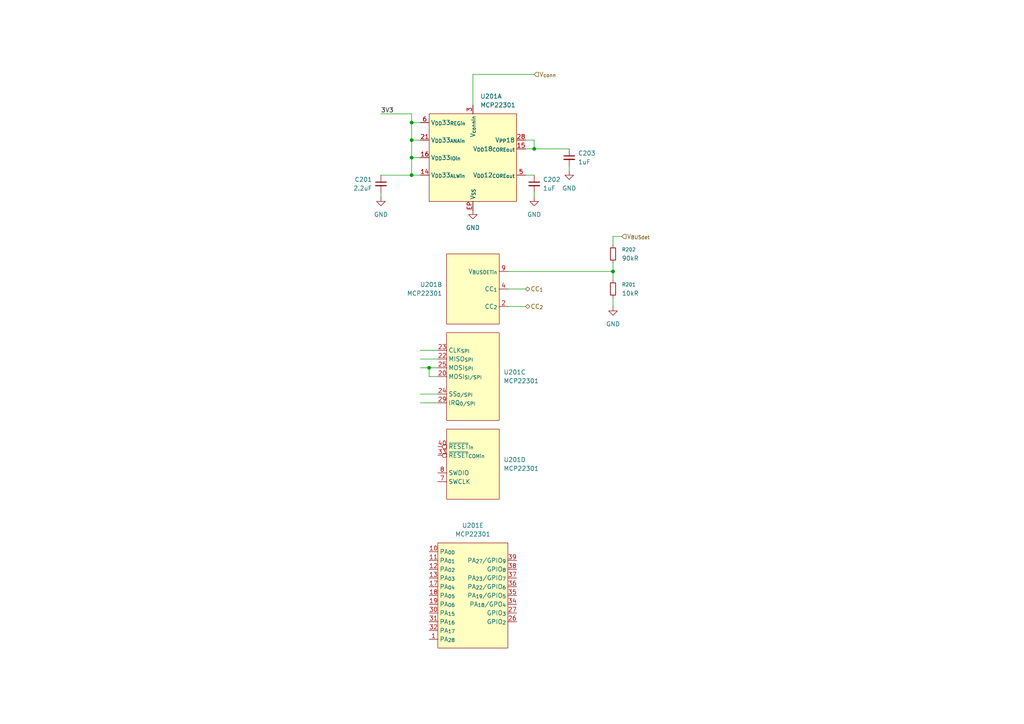
<source format=kicad_sch>
(kicad_sch (version 20250114) (generator "eeschema") (generator_version "9.0")
  (paper "A4")
  (lib_symbols
    (symbol "Device:C_Small" (pin_numbers (hide yes)) (pin_names (offset 0.254) (hide yes))
      (property "Reference" "C" (at 0.254 1.778 0))
      (property "Value" "C_Small" (at 0.254 -2.032 0))
      (symbol "C_Small_0_1"
        (polyline (pts (xy -1.524 0.508) (xy 1.524 0.508)) (stroke (width 0.3048)))
        (polyline (pts (xy -1.524 -0.508) (xy 1.524 -0.508)) (stroke (width 0.3302)))
      )
      (symbol "C_Small_1_1"
        (pin passive line (at 0 2.54 270) (length 2.032) (name "~") (number "1"))
        (pin passive line (at 0 -2.54 90) (length 2.032) (name "~") (number "2"))
      )
    )
    (symbol "Device:R_Small" (pin_numbers (hide yes)) (pin_names (offset 0.254) (hide yes))
      (property "Reference" "R" (at 0 0 90))
      (property "Value" "R_Small" (at 1.778 0 90))
      (symbol "R_Small_0_1"
        (rectangle (start -0.762 1.778) (end 0.762 -1.778) (stroke (width 0.2032)))
      )
      (symbol "R_Small_1_1"
        (pin passive line (at 0 2.54 270) (length 0.762) (name "~") (number "1"))
        (pin passive line (at 0 -2.54 90) (length 0.762) (name "~") (number "2"))
      )
    )
    (symbol "MCP22301_1"
      (property "Reference" "U" (at 14.224 16.764 0))
      (property "Value" "MCP22301" (at 17.526 14.732 0))
      (symbol "MCP22301_1_1_0"
        (pin power_in line (at -15.24 10.16 0) (length 2.54) (name "V_{DD}33_{REG}_{in}") (number "6"))
        (pin power_in line (at -15.24 5.08 0) (length 2.54) (name "V_{DD}33_{ANA}_{in}") (number "21"))
        (pin power_in line (at -15.24 0 0) (length 2.54) (name "V_{DD}33_{IO}_{in}") (number "16"))
        (pin power_in line (at -15.24 -5.08 0) (length 2.54) (name "V_{DD}33_{ALW}_{in}") (number "14"))
        (pin power_in line (at -15.24 -10.16 0) (length 2.54) (name "V_{PP}18") (number "28"))
        (pin power_in line (at 0 15.24 270) (length 2.54) (name "V_{conn}_{in}") (number "3"))
        (pin power_in line (at 0 -15.24 90) (length 2.54) (name "V_{SS}") (number "EP"))
        (pin power_out line (at 15.24 2.54 180) (length 2.54) (name "V_{DD}18_{CORE}_{out}") (number "15"))
        (pin power_out line (at 15.24 -2.54 180) (length 2.54) (name "V_{DD}12_{CORE}_{out}") (number "5"))
      )
      (symbol "MCP22301_1_1_1"
        (rectangle (start -12.7 12.7) (end 12.7 -12.7) (fill (type background)))
      )
      (symbol "MCP22301_1_2_0"
        (pin input line (at -10.16 5.08 0) (length 2.54) (name "V_{BUS}_{DET}_{in}") (number "9"))
        (pin bidirectional line (at -10.16 0 0) (length 2.54) (name "CC_{1}") (number "4"))
        (pin bidirectional line (at -10.16 -5.08 0) (length 2.54) (name "CC_{2}") (number "2"))
      )
      (symbol "MCP22301_1_2_1"
        (rectangle (start -7.62 10.16) (end 7.62 -10.16) (fill (type background)))
      )
      (symbol "MCP22301_1_3_0"
        (pin input line (at -10.16 7.62 0) (length 2.54) (name "CLK_{SPI}") (number "23"))
        (pin input line (at -10.16 5.08 0) (length 2.54) (name "MISO_{SPI}") (number "22"))
        (pin output line (at -10.16 2.54 0) (length 2.54) (name "MOSI_{SPI}") (number "25"))
        (pin input line (at -10.16 0 0) (length 2.54) (name "MOSI_{SI/SPI}") (number "20"))
        (pin input line (at -10.16 -5.08 0) (length 2.54) (name "SS_{0/SPI}") (number "24"))
        (pin input line (at -10.16 -7.62 0) (length 2.54) (name "IRQ_{0/SPI}") (number "29"))
      )
      (symbol "MCP22301_1_3_1"
        (rectangle (start -7.62 12.7) (end 7.62 -12.7) (fill (type background)))
      )
      (symbol "MCP22301_1_4_0"
        (pin input inverted (at -10.16 5.08 0) (length 2.54) (name "~{RESET}_{in}") (number "40"))
        (pin input inverted (at -10.16 2.54 0) (length 2.54) (name "~{RESET}_{COM}_{in}") (number "33"))
        (pin bidirectional line (at -10.16 -2.54 0) (length 2.54) (name "SWDIO") (number "8"))
        (pin input line (at -10.16 -5.08 0) (length 2.54) (name "SWCLK") (number "7"))
      )
      (symbol "MCP22301_1_4_1"
        (rectangle (start -7.62 10.16) (end 7.62 -10.16) (fill (type background)))
      )
      (symbol "MCP22301_1_5_0"
        (pin bidirectional line (at -12.7 12.7 0) (length 2.54) (name "PA_{00}") (number "10"))
        (pin bidirectional line (at -12.7 10.16 0) (length 2.54) (name "PA_{01}") (number "11"))
        (pin bidirectional line (at -12.7 7.62 0) (length 2.54) (name "PA_{02}") (number "12"))
        (pin bidirectional line (at -12.7 5.08 0) (length 2.54) (name "PA_{03}") (number "13"))
        (pin bidirectional line (at -12.7 2.54 0) (length 2.54) (name "PA_{04}") (number "17"))
        (pin bidirectional line (at -12.7 0 0) (length 2.54) (name "PA_{05}") (number "18"))
        (pin bidirectional line (at -12.7 -2.54 0) (length 2.54) (name "PA_{06}") (number "19"))
        (pin bidirectional line (at -12.7 -5.08 0) (length 2.54) (name "PA_{15}") (number "30"))
        (pin bidirectional line (at -12.7 -7.62 0) (length 2.54) (name "PA_{16}") (number "31"))
        (pin bidirectional line (at -12.7 -10.16 0) (length 2.54) (name "PA_{17}") (number "32"))
        (pin bidirectional line (at -12.7 -12.7 0) (length 2.54) (name "PA_{28}") (number "1"))
        (pin bidirectional line (at 12.7 10.16 180) (length 2.54) (name "PA_{27}/GPIO_{9}") (number "39"))
        (pin bidirectional line (at 12.7 7.62 180) (length 2.54) (name "GPIO_{8}") (number "38"))
        (pin bidirectional line (at 12.7 5.08 180) (length 2.54) (name "PA_{23}/GPIO_{7}") (number "37"))
        (pin bidirectional line (at 12.7 2.54 180) (length 2.54) (name "PA_{22}/GPIO_{6}") (number "36"))
        (pin bidirectional line (at 12.7 0 180) (length 2.54) (name "PA_{19}/GPIO_{5}") (number "35"))
        (pin bidirectional line (at 12.7 -2.54 180) (length 2.54) (name "PA_{18}/GPO_{4}") (number "34"))
        (pin bidirectional line (at 12.7 -5.08 180) (length 2.54) (name "GPIO_{3}") (number "27"))
        (pin bidirectional line (at 12.7 -7.62 180) (length 2.54) (name "GPIO_{2}") (number "26"))
      )
      (symbol "MCP22301_1_5_1"
        (rectangle (start -10.16 15.24) (end 10.16 -15.24) (fill (type background)))
      )
    )
    (symbol "MCP22301_2"
      (property "Reference" "U" (at 14.224 16.764 0))
      (property "Value" "MCP22301" (at 17.526 14.732 0))
      (symbol "MCP22301_2_1_0"
        (pin power_in line (at -15.24 10.16 0) (length 2.54) (name "V_{DD}33_{REG}_{in}") (number "6"))
        (pin power_in line (at -15.24 5.08 0) (length 2.54) (name "V_{DD}33_{ANA}_{in}") (number "21"))
        (pin power_in line (at -15.24 0 0) (length 2.54) (name "V_{DD}33_{IO}_{in}") (number "16"))
        (pin power_in line (at -15.24 -5.08 0) (length 2.54) (name "V_{DD}33_{ALW}_{in}") (number "14"))
        (pin power_in line (at 0 15.24 270) (length 2.54) (name "V_{conn}_{in}") (number "3"))
        (pin power_in line (at 0 -15.24 90) (length 2.54) (name "V_{SS}") (number "EP"))
        (pin power_in line (at 15.24 5.08 180) (length 2.54) (name "V_{PP}18") (number "28"))
        (pin power_out line (at 15.24 2.54 180) (length 2.54) (name "V_{DD}18_{CORE}_{out}") (number "15"))
        (pin power_out line (at 15.24 -5.08 180) (length 2.54) (name "V_{DD}12_{CORE}_{out}") (number "5"))
      )
      (symbol "MCP22301_2_1_1"
        (rectangle (start -12.7 12.7) (end 12.7 -12.7) (fill (type background)))
      )
      (symbol "MCP22301_2_2_0"
        (pin input line (at -10.16 5.08 0) (length 2.54) (name "V_{BUS}_{DET}_{in}") (number "9"))
        (pin bidirectional line (at -10.16 0 0) (length 2.54) (name "CC_{1}") (number "4"))
        (pin bidirectional line (at -10.16 -5.08 0) (length 2.54) (name "CC_{2}") (number "2"))
      )
      (symbol "MCP22301_2_2_1"
        (rectangle (start -7.62 10.16) (end 7.62 -10.16) (fill (type background)))
      )
      (symbol "MCP22301_2_3_0"
        (pin input line (at -10.16 7.62 0) (length 2.54) (name "CLK_{SPI}") (number "23"))
        (pin input line (at -10.16 5.08 0) (length 2.54) (name "MISO_{SPI}") (number "22"))
        (pin output line (at -10.16 2.54 0) (length 2.54) (name "MOSI_{SPI}") (number "25"))
        (pin input line (at -10.16 0 0) (length 2.54) (name "MOSI_{SI/SPI}") (number "20"))
        (pin input line (at -10.16 -5.08 0) (length 2.54) (name "SS_{0/SPI}") (number "24"))
        (pin input line (at -10.16 -7.62 0) (length 2.54) (name "IRQ_{0/SPI}") (number "29"))
      )
      (symbol "MCP22301_2_3_1"
        (rectangle (start -7.62 12.7) (end 7.62 -12.7) (fill (type background)))
      )
      (symbol "MCP22301_2_4_0"
        (pin input inverted (at -10.16 5.08 0) (length 2.54) (name "~{RESET}_{in}") (number "40"))
        (pin input inverted (at -10.16 2.54 0) (length 2.54) (name "~{RESET}_{COM}_{in}") (number "33"))
        (pin bidirectional line (at -10.16 -2.54 0) (length 2.54) (name "SWDIO") (number "8"))
        (pin input line (at -10.16 -5.08 0) (length 2.54) (name "SWCLK") (number "7"))
      )
      (symbol "MCP22301_2_4_1"
        (rectangle (start -7.62 10.16) (end 7.62 -10.16) (fill (type background)))
      )
      (symbol "MCP22301_2_5_0"
        (pin bidirectional line (at -12.7 12.7 0) (length 2.54) (name "PA_{00}") (number "10"))
        (pin bidirectional line (at -12.7 10.16 0) (length 2.54) (name "PA_{01}") (number "11"))
        (pin bidirectional line (at -12.7 7.62 0) (length 2.54) (name "PA_{02}") (number "12"))
        (pin bidirectional line (at -12.7 5.08 0) (length 2.54) (name "PA_{03}") (number "13"))
        (pin bidirectional line (at -12.7 2.54 0) (length 2.54) (name "PA_{04}") (number "17"))
        (pin bidirectional line (at -12.7 0 0) (length 2.54) (name "PA_{05}") (number "18"))
        (pin bidirectional line (at -12.7 -2.54 0) (length 2.54) (name "PA_{06}") (number "19"))
        (pin bidirectional line (at -12.7 -5.08 0) (length 2.54) (name "PA_{15}") (number "30"))
        (pin bidirectional line (at -12.7 -7.62 0) (length 2.54) (name "PA_{16}") (number "31"))
        (pin bidirectional line (at -12.7 -10.16 0) (length 2.54) (name "PA_{17}") (number "32"))
        (pin bidirectional line (at -12.7 -12.7 0) (length 2.54) (name "PA_{28}") (number "1"))
        (pin bidirectional line (at 12.7 10.16 180) (length 2.54) (name "PA_{27}/GPIO_{9}") (number "39"))
        (pin bidirectional line (at 12.7 7.62 180) (length 2.54) (name "GPIO_{8}") (number "38"))
        (pin bidirectional line (at 12.7 5.08 180) (length 2.54) (name "PA_{23}/GPIO_{7}") (number "37"))
        (pin bidirectional line (at 12.7 2.54 180) (length 2.54) (name "PA_{22}/GPIO_{6}") (number "36"))
        (pin bidirectional line (at 12.7 0 180) (length 2.54) (name "PA_{19}/GPIO_{5}") (number "35"))
        (pin bidirectional line (at 12.7 -2.54 180) (length 2.54) (name "PA_{18}/GPO_{4}") (number "34"))
        (pin bidirectional line (at 12.7 -5.08 180) (length 2.54) (name "GPIO_{3}") (number "27"))
        (pin bidirectional line (at 12.7 -7.62 180) (length 2.54) (name "GPIO_{2}") (number "26"))
      )
      (symbol "MCP22301_2_5_1"
        (rectangle (start -10.16 15.24) (end 10.16 -15.24) (fill (type background)))
      )
    )
    (symbol "Seppl_USB_PD:MCP22301"
      (property "Reference" "U" (at 10.414 18.796 0))
      (property "Value" "MCP22301" (at 13.716 16.764 0))
      (symbol "MCP22301_1_0"
        (pin power_in line (at -15.24 10.16 0) (length 2.54) (name "V_{DD}33_{REG}_{in}") (number "6"))
        (pin power_in line (at -15.24 5.08 0) (length 2.54) (name "V_{DD}33_{ANA}_{in}") (number "21"))
        (pin power_in line (at -15.24 0 0) (length 2.54) (name "V_{DD}33_{IO}_{in}") (number "16"))
        (pin power_in line (at -15.24 -5.08 0) (length 2.54) (name "V_{DD}33_{ALW}_{in}") (number "14"))
        (pin power_in line (at -15.24 -10.16 0) (length 2.54) (name "V_{PP}18") (number "28"))
        (pin power_in line (at 0 15.24 270) (length 2.54) (name "V_{conn}_{in}") (number "3"))
        (pin power_in line (at 0 -15.24 90) (length 2.54) (name "V_{SS}") (number "EP"))
        (pin power_out line (at 15.24 2.54 180) (length 2.54) (name "V_{DD}18_{CORE}_{out}") (number "15"))
        (pin power_out line (at 15.24 -2.54 180) (length 2.54) (name "V_{DD}12_{CORE}_{out}") (number "5"))
      )
      (symbol "MCP22301_1_1"
        (rectangle (start -12.7 12.7) (end 12.7 -12.7) (fill (type background)))
      )
      (symbol "MCP22301_2_0"
        (pin input line (at -10.16 5.08 0) (length 2.54) (name "V_{BUS}_{DET}_{in}") (number "9"))
        (pin bidirectional line (at -10.16 0 0) (length 2.54) (name "CC_{1}") (number "4"))
        (pin bidirectional line (at -10.16 -5.08 0) (length 2.54) (name "CC_{2}") (number "2"))
      )
      (symbol "MCP22301_2_1"
        (rectangle (start -7.62 10.16) (end 7.62 -10.16) (fill (type background)))
      )
      (symbol "MCP22301_3_0"
        (pin input line (at -10.16 7.62 0) (length 2.54) (name "CLK_{SPI}") (number "23"))
        (pin input line (at -10.16 5.08 0) (length 2.54) (name "MISO_{SPI}") (number "22"))
        (pin output line (at -10.16 2.54 0) (length 2.54) (name "MOSI_{SPI}") (number "25"))
        (pin input line (at -10.16 0 0) (length 2.54) (name "MOSI_{SI/SPI}") (number "20"))
        (pin input line (at -10.16 -5.08 0) (length 2.54) (name "SS_{0/SPI}") (number "24"))
        (pin input line (at -10.16 -7.62 0) (length 2.54) (name "IRQ_{0/SPI}") (number "29"))
      )
      (symbol "MCP22301_3_1"
        (rectangle (start -7.62 12.7) (end 7.62 -12.7) (fill (type background)))
      )
      (symbol "MCP22301_4_0"
        (pin input inverted (at -10.16 5.08 0) (length 2.54) (name "~{RESET}_{in}") (number "40"))
        (pin input inverted (at -10.16 2.54 0) (length 2.54) (name "~{RESET}_{COM}_{in}") (number "33"))
        (pin bidirectional line (at -10.16 -2.54 0) (length 2.54) (name "SWDIO") (number "8"))
        (pin input line (at -10.16 -5.08 0) (length 2.54) (name "SWCLK") (number "7"))
      )
      (symbol "MCP22301_4_1"
        (rectangle (start -7.62 10.16) (end 7.62 -10.16) (fill (type background)))
      )
      (symbol "MCP22301_5_0"
        (pin bidirectional line (at -21.59 48.26 0) (length 2.54) (name "PA_{28}") (number "1"))
        (pin bidirectional line (at -12.7 12.7 0) (length 2.54) (name "PA_{17}") (number "32"))
        (pin bidirectional line (at -12.7 10.16 0) (length 2.54) (name "PA_{16}") (number "31"))
        (pin bidirectional line (at -12.7 7.62 0) (length 2.54) (name "PA_{15}") (number "30"))
        (pin bidirectional line (at -12.7 5.08 0) (length 2.54) (name "PA_{06}") (number "19"))
        (pin bidirectional line (at -12.7 2.54 0) (length 2.54) (name "PA_{05}") (number "18"))
        (pin bidirectional line (at -12.7 0 0) (length 2.54) (name "PA_{04}") (number "17"))
        (pin bidirectional line (at -12.7 -2.54 0) (length 2.54) (name "PA_{03}") (number "13"))
        (pin bidirectional line (at -12.7 -5.08 0) (length 2.54) (name "PA_{02}") (number "12"))
        (pin bidirectional line (at -12.7 -7.62 0) (length 2.54) (name "PA_{01}") (number "11"))
        (pin bidirectional line (at -12.7 -10.16 0) (length 2.54) (name "PA_{00}") (number "10"))
        (pin bidirectional line (at 12.7 12.7 180) (length 2.54) (name "PA_{27}/GPIO_{9}") (number "39"))
        (pin bidirectional line (at 12.7 10.16 180) (length 2.54) (name "GPIO_{8}") (number "38"))
        (pin bidirectional line (at 12.7 7.62 180) (length 2.54) (name "PA_{23}/GPIO_{7}") (number "37"))
        (pin bidirectional line (at 12.7 5.08 180) (length 2.54) (name "PA_{22}/GPIO_{6}") (number "36"))
        (pin bidirectional line (at 12.7 2.54 180) (length 2.54) (name "PA_{19}/GPIO_{5}") (number "35"))
        (pin bidirectional line (at 12.7 0 180) (length 2.54) (name "PA_{18}/GPO_{4}") (number "34"))
        (pin bidirectional line (at 12.7 -2.54 180) (length 2.54) (name "GPIO_{3}") (number "27"))
        (pin bidirectional line (at 12.7 -5.08 180) (length 2.54) (name "GPIO_{2}") (number "26"))
      )
      (symbol "MCP22301_5_1"
        (rectangle (start -10.16 15.24) (end 10.16 -12.7) (fill (type background)))
      )
    )
    (symbol "power:GND" (power) (pin_numbers (hide yes)) (pin_names (offset 0) (hide yes))
      (property "Value" "GND" (at 0 -3.81 0))
      (symbol "GND_0_1"
        (polyline (pts (xy 0 0) (xy 0 -1.27) (xy 1.27 -1.27) (xy 0 -2.54) (xy -1.27 -1.27) (xy 0 -1.27)))
      )
      (symbol "GND_1_1"
        (pin power_in line (at 0 0 270) (length 0) (name "~") (number "1"))
      )
    )
  )
  (junction (at 119.38 35.56))
  (junction (at 124.46 106.68))
  (junction (at 177.8 78.74))
  (junction (at 119.38 50.8))
  (junction (at 154.94 43.18))
  (junction (at 119.38 40.64))
  (junction (at 119.38 45.72))
  (wire (pts (xy 119.38 45.72) (xy 121.92 45.72)))
  (wire (pts (xy 152.4 40.64) (xy 154.94 40.64)))
  (wire (pts (xy 110.49 57.15) (xy 110.49 55.88)))
  (wire (pts (xy 119.38 45.72) (xy 119.38 40.64)))
  (wire (pts (xy 177.8 76.2) (xy 177.8 78.74)))
  (wire (pts (xy 119.38 33.02) (xy 119.38 35.56)))
  (wire (pts (xy 121.92 104.14) (xy 127 104.14)))
  (wire (pts (xy 121.92 116.84) (xy 127 116.84)))
  (wire (pts (xy 121.92 50.8) (xy 119.38 50.8)))
  (wire (pts (xy 119.38 50.8) (xy 119.38 45.72)))
  (wire (pts (xy 119.38 40.64) (xy 121.92 40.64)))
  (wire (pts (xy 147.32 88.9) (xy 152.4 88.9)))
  (wire (pts (xy 110.49 33.02) (xy 119.38 33.02)))
  (wire (pts (xy 121.92 106.68) (xy 124.46 106.68)))
  (wire (pts (xy 152.4 50.8) (xy 154.94 50.8)))
  (wire (pts (xy 137.16 21.59) (xy 137.16 30.48)))
  (wire (pts (xy 127 109.22) (xy 124.46 109.22)))
  (wire (pts (xy 154.94 40.64) (xy 154.94 43.18)))
  (wire (pts (xy 119.38 40.64) (xy 119.38 35.56)))
  (wire (pts (xy 121.92 101.6) (xy 127 101.6)))
  (wire (pts (xy 119.38 35.56) (xy 121.92 35.56)))
  (wire (pts (xy 177.8 86.36) (xy 177.8 88.9)))
  (wire (pts (xy 154.94 43.18) (xy 165.1 43.18)))
  (wire (pts (xy 147.32 83.82) (xy 152.4 83.82)))
  (wire (pts (xy 124.46 109.22) (xy 124.46 106.68)))
  (wire (pts (xy 124.46 106.68) (xy 127 106.68)))
  (wire (pts (xy 121.92 114.3) (xy 127 114.3)))
  (wire (pts (xy 177.8 71.12) (xy 177.8 68.58)))
  (wire (pts (xy 152.4 43.18) (xy 154.94 43.18)))
  (wire (pts (xy 147.32 78.74) (xy 177.8 78.74)))
  (wire (pts (xy 154.94 57.15) (xy 154.94 55.88)))
  (wire (pts (xy 177.8 68.58) (xy 180.34 68.58)))
  (wire (pts (xy 177.8 78.74) (xy 177.8 81.28)))
  (wire (pts (xy 137.16 21.59) (xy 154.94 21.59)))
  (wire (pts (xy 110.49 50.8) (xy 119.38 50.8)))
  (wire (pts (xy 165.1 49.53) (xy 165.1 48.26)))
  (label "3V3" (at 110.49 33.02 0))
  (hierarchical_label "V_{BUS}_{det}" (shape input) (at 180.34 68.58 0))
  (hierarchical_label "CC_{1}" (shape bidirectional) (at 152.4 83.82 0))
  (hierarchical_label "CC_{2}" (shape bidirectional) (at 152.4 88.9 0))
  (hierarchical_label "V_{conn}" (shape input) (at 154.94 21.59 0))
  (symbol (lib_name "MCP22301_1") (lib_id "Seppl_USB_PD:MCP22301") (at 137.16 172.72 0) (unit 5)
    (property "Reference" "U201" (at 137.16 152.4 0))
    (property "Value" "MCP22301" (at 137.16 154.94 0))
    (property "Footprint" "Package_DFN_QFN_AKL:QFN-40-1EP_6x6mm_P0.5mm_EP4.6x4.6mm_ThermalVias" (effects (hide yes)))
    (property "Datasheet" "https://ww1.microchip.com/downloads/aemDocuments/documents/APID/ProductDocuments/DataSheets/MCP22301-Stand-Alone-USB-Type-C-Power-Delivery-3-dot-1-Controller-DS20006887.pdf" (effects (hide yes)))
    (property "Description" "Stand-Alone USB Type-C™ Power Delivery 3.1 Controller" (effects (hide yes)))
  )
  (symbol (lib_id "Device:C_Small") (at 165.1 45.72 0) (mirror y) (unit 1)
    (property "Reference" "C203" (at 167.64 44.4562 0) (effects (justify right)))
    (property "Value" "1uF" (at 167.64 46.9962 0) (effects (justify right)))
    (property "Description" "Unpolarized capacitor, small symbol" (effects (hide yes)))
  )
  (symbol (lib_id "Seppl_USB_PD:MCP22301") (at 137.16 134.62 0) (unit 4)
    (property "Reference" "U201" (at 146.05 133.3499 0) (effects (justify left)))
    (property "Value" "MCP22301" (at 146.05 135.8899 0) (effects (justify left)))
    (property "Footprint" "Package_DFN_QFN_AKL:QFN-40-1EP_6x6mm_P0.5mm_EP4.6x4.6mm_ThermalVias" (effects (hide yes)))
    (property "Datasheet" "https://ww1.microchip.com/downloads/aemDocuments/documents/APID/ProductDocuments/DataSheets/MCP22301-Stand-Alone-USB-Type-C-Power-Delivery-3-dot-1-Controller-DS20006887.pdf" (effects (hide yes)))
    (property "Description" "Stand-Alone USB Type-C™ Power Delivery 3.1 Controller" (effects (hide yes)))
  )
  (symbol (lib_id "Device:R_Small") (at 177.8 83.82 0) (unit 1)
    (property "Reference" "R201" (at 180.34 82.5499 0) (effects (font (size 1.016 1.016)) (justify left)))
    (property "Value" "10kR" (at 180.34 85.0899 0) (effects (justify left)))
    (property "Description" "Resistor, small symbol" (effects (hide yes)))
  )
  (symbol (lib_id "Device:R_Small") (at 177.8 73.66 0) (unit 1)
    (property "Reference" "R202" (at 180.34 72.3899 0) (effects (font (size 1.016 1.016)) (justify left)))
    (property "Value" "90kR" (at 180.34 74.9299 0) (effects (justify left)))
    (property "Description" "Resistor, small symbol" (effects (hide yes)))
  )
  (symbol (lib_name "MCP22301_2") (lib_id "Seppl_USB_PD:MCP22301") (at 137.16 45.72 0) (unit 1)
    (property "Reference" "U201" (at 139.3033 27.94 0) (effects (justify left)))
    (property "Value" "MCP22301" (at 139.3033 30.48 0) (effects (justify left)))
    (property "Footprint" "Package_DFN_QFN_AKL:QFN-40-1EP_6x6mm_P0.5mm_EP4.6x4.6mm_ThermalVias" (effects (hide yes)))
    (property "Datasheet" "https://ww1.microchip.com/downloads/aemDocuments/documents/APID/ProductDocuments/DataSheets/MCP22301-Stand-Alone-USB-Type-C-Power-Delivery-3-dot-1-Controller-DS20006887.pdf" (effects (hide yes)))
    (property "Description" "Stand-Alone USB Type-C™ Power Delivery 3.1 Controller" (effects (hide yes)))
  )
  (symbol (lib_id "Device:C_Small") (at 110.49 53.34 0) (unit 1)
    (property "Reference" "C201" (at 107.95 52.0762 0) (effects (justify right)))
    (property "Value" "2.2uF" (at 107.95 54.6162 0) (effects (justify right)))
    (property "Description" "Unpolarized capacitor, small symbol" (effects (hide yes)))
  )
  (symbol (lib_id "power:GND") (at 177.8 88.9 0) (unit 1)
    (property "Reference" "#PWR0202" (effects (hide yes)))
    (property "Value" "GND" (at 177.8 93.98 0))
    (property "Description" "Power symbol creates a global label with name \"GND\" , ground" (effects (hide yes)))
  )
  (symbol (lib_id "power:GND") (at 154.94 57.15 0) (mirror y) (unit 1)
    (property "Reference" "#PWR0205" (effects (hide yes)))
    (property "Value" "GND" (at 154.94 62.23 0))
    (property "Description" "Power symbol creates a global label with name \"GND\" , ground" (effects (hide yes)))
  )
  (symbol (lib_id "power:GND") (at 165.1 49.53 0) (mirror y) (unit 1)
    (property "Reference" "#PWR0206" (effects (hide yes)))
    (property "Value" "GND" (at 165.1 54.61 0))
    (property "Description" "Power symbol creates a global label with name \"GND\" , ground" (effects (hide yes)))
  )
  (symbol (lib_id "power:GND") (at 110.49 57.15 0) (unit 1)
    (property "Reference" "#PWR0204" (effects (hide yes)))
    (property "Value" "GND" (at 110.49 62.23 0))
    (property "Description" "Power symbol creates a global label with name \"GND\" , ground" (effects (hide yes)))
  )
  (symbol (lib_id "Device:C_Small") (at 154.94 53.34 0) (mirror y) (unit 1)
    (property "Reference" "C202" (at 157.48 52.0762 0) (effects (justify right)))
    (property "Value" "1uF" (at 157.48 54.6162 0) (effects (justify right)))
    (property "Description" "Unpolarized capacitor, small symbol" (effects (hide yes)))
  )
  (symbol (lib_id "power:GND") (at 137.16 60.96 0) (unit 1)
    (property "Reference" "#PWR0201" (effects (hide yes)))
    (property "Value" "GND" (at 137.16 66.04 0))
    (property "Description" "Power symbol creates a global label with name \"GND\" , ground" (effects (hide yes)))
  )
  (symbol (lib_id "Seppl_USB_PD:MCP22301") (at 137.16 109.22 0) (unit 3)
    (property "Reference" "U201" (at 146.05 107.9499 0) (effects (justify left)))
    (property "Value" "MCP22301" (at 146.05 110.4899 0) (effects (justify left)))
    (property "Footprint" "Package_DFN_QFN_AKL:QFN-40-1EP_6x6mm_P0.5mm_EP4.6x4.6mm_ThermalVias" (effects (hide yes)))
    (property "Datasheet" "https://ww1.microchip.com/downloads/aemDocuments/documents/APID/ProductDocuments/DataSheets/MCP22301-Stand-Alone-USB-Type-C-Power-Delivery-3-dot-1-Controller-DS20006887.pdf" (effects (hide yes)))
    (property "Description" "Stand-Alone USB Type-C™ Power Delivery 3.1 Controller" (effects (hide yes)))
  )
  (symbol (lib_id "Seppl_USB_PD:MCP22301") (at 137.16 83.82 0) (mirror y) (unit 2)
    (property "Reference" "U201" (at 128.27 82.5499 0) (effects (justify left)))
    (property "Value" "MCP22301" (at 128.27 85.0899 0) (effects (justify left)))
    (property "Footprint" "Package_DFN_QFN_AKL:QFN-40-1EP_6x6mm_P0.5mm_EP4.6x4.6mm_ThermalVias" (effects (hide yes)))
    (property "Datasheet" "https://ww1.microchip.com/downloads/aemDocuments/documents/APID/ProductDocuments/DataSheets/MCP22301-Stand-Alone-USB-Type-C-Power-Delivery-3-dot-1-Controller-DS20006887.pdf" (effects (hide yes)))
    (property "Description" "Stand-Alone USB Type-C™ Power Delivery 3.1 Controller" (effects (hide yes)))
  )
)
</source>
